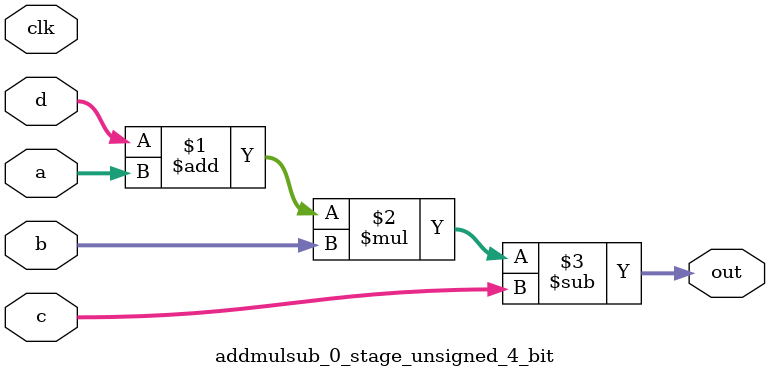
<source format=sv>
(* use_dsp = "yes" *) module addmulsub_0_stage_unsigned_4_bit(
	input  [3:0] a,
	input  [3:0] b,
	input  [3:0] c,
	input  [3:0] d,
	output [3:0] out,
	input clk);

	assign out = ((d + a) * b) - c;
endmodule

</source>
